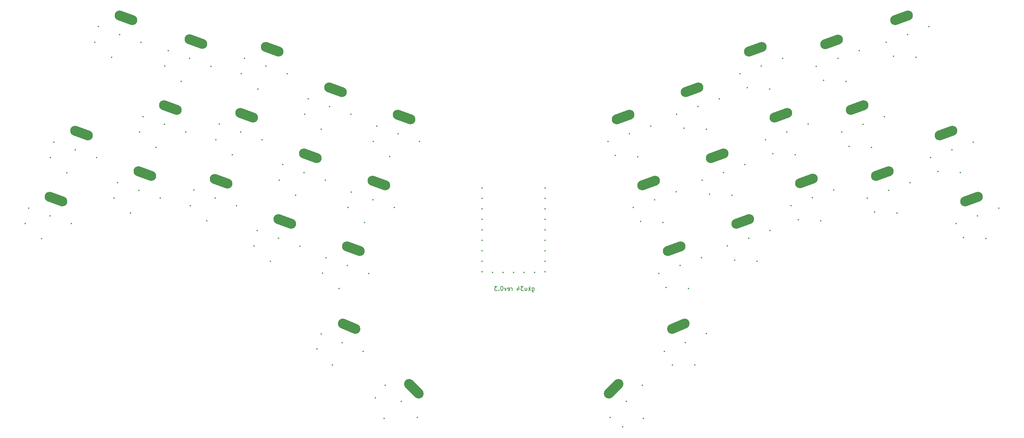
<source format=gbo>
%TF.GenerationSoftware,KiCad,Pcbnew,(6.0.11)*%
%TF.CreationDate,2024-03-12T23:52:49+09:00*%
%TF.ProjectId,gku34-bottom-plate,676b7533-342d-4626-9f74-746f6d2d706c,rev?*%
%TF.SameCoordinates,Original*%
%TF.FileFunction,Legend,Bot*%
%TF.FilePolarity,Positive*%
%FSLAX46Y46*%
G04 Gerber Fmt 4.6, Leading zero omitted, Abs format (unit mm)*
G04 Created by KiCad (PCBNEW (6.0.11)) date 2024-03-12 23:52:49*
%MOMM*%
%LPD*%
G01*
G04 APERTURE LIST*
G04 Aperture macros list*
%AMHorizOval*
0 Thick line with rounded ends*
0 $1 width*
0 $2 $3 position (X,Y) of the first rounded end (center of the circle)*
0 $4 $5 position (X,Y) of the second rounded end (center of the circle)*
0 Add line between two ends*
20,1,$1,$2,$3,$4,$5,0*
0 Add two circle primitives to create the rounded ends*
1,1,$1,$2,$3*
1,1,$1,$4,$5*%
G04 Aperture macros list end*
%ADD10C,0.200000*%
%ADD11HorizOval,2.399999X-1.550493X-0.564333X1.550493X0.564333X0*%
%ADD12C,0.350000*%
%ADD13HorizOval,2.399999X-1.550493X0.564333X1.550493X-0.564333X0*%
%ADD14HorizOval,2.399999X-1.166726X-1.166726X1.166726X1.166726X0*%
%ADD15HorizOval,2.399999X-1.166726X1.166726X1.166726X-1.166726X0*%
%ADD16HorizOval,2.399999X-1.518833X0.644706X1.518833X-0.644706X0*%
%ADD17HorizOval,2.399999X-1.518833X-0.644706X1.518833X0.644706X0*%
G04 APERTURE END LIST*
D10*
X143985714Y-90463714D02*
X143985714Y-91273238D01*
X144033333Y-91368476D01*
X144080952Y-91416095D01*
X144176190Y-91463714D01*
X144319047Y-91463714D01*
X144414285Y-91416095D01*
X143985714Y-91082761D02*
X144080952Y-91130380D01*
X144271428Y-91130380D01*
X144366666Y-91082761D01*
X144414285Y-91035142D01*
X144461904Y-90939904D01*
X144461904Y-90654190D01*
X144414285Y-90558952D01*
X144366666Y-90511333D01*
X144271428Y-90463714D01*
X144080952Y-90463714D01*
X143985714Y-90511333D01*
X143509523Y-91130380D02*
X143509523Y-90130380D01*
X143414285Y-90749428D02*
X143128571Y-91130380D01*
X143128571Y-90463714D02*
X143509523Y-90844666D01*
X142271428Y-90463714D02*
X142271428Y-91130380D01*
X142700000Y-90463714D02*
X142700000Y-90987523D01*
X142652380Y-91082761D01*
X142557142Y-91130380D01*
X142414285Y-91130380D01*
X142319047Y-91082761D01*
X142271428Y-91035142D01*
X141890476Y-90130380D02*
X141271428Y-90130380D01*
X141604761Y-90511333D01*
X141461904Y-90511333D01*
X141366666Y-90558952D01*
X141319047Y-90606571D01*
X141271428Y-90701809D01*
X141271428Y-90939904D01*
X141319047Y-91035142D01*
X141366666Y-91082761D01*
X141461904Y-91130380D01*
X141747619Y-91130380D01*
X141842857Y-91082761D01*
X141890476Y-91035142D01*
X140414285Y-90463714D02*
X140414285Y-91130380D01*
X140652380Y-90082761D02*
X140890476Y-90797047D01*
X140271428Y-90797047D01*
X139128571Y-91130380D02*
X139128571Y-90463714D01*
X139128571Y-90654190D02*
X139080952Y-90558952D01*
X139033333Y-90511333D01*
X138938095Y-90463714D01*
X138842857Y-90463714D01*
X138128571Y-91082761D02*
X138223809Y-91130380D01*
X138414285Y-91130380D01*
X138509523Y-91082761D01*
X138557142Y-90987523D01*
X138557142Y-90606571D01*
X138509523Y-90511333D01*
X138414285Y-90463714D01*
X138223809Y-90463714D01*
X138128571Y-90511333D01*
X138080952Y-90606571D01*
X138080952Y-90701809D01*
X138557142Y-90797047D01*
X137747619Y-90463714D02*
X137509523Y-91130380D01*
X137271428Y-90463714D01*
X136700000Y-90130380D02*
X136604761Y-90130380D01*
X136509523Y-90178000D01*
X136461904Y-90225619D01*
X136414285Y-90320857D01*
X136366666Y-90511333D01*
X136366666Y-90749428D01*
X136414285Y-90939904D01*
X136461904Y-91035142D01*
X136509523Y-91082761D01*
X136604761Y-91130380D01*
X136700000Y-91130380D01*
X136795238Y-91082761D01*
X136842857Y-91035142D01*
X136890476Y-90939904D01*
X136938095Y-90749428D01*
X136938095Y-90511333D01*
X136890476Y-90320857D01*
X136842857Y-90225619D01*
X136795238Y-90178000D01*
X136700000Y-90130380D01*
X135938095Y-91035142D02*
X135890476Y-91082761D01*
X135938095Y-91130380D01*
X135985714Y-91082761D01*
X135938095Y-91035142D01*
X135938095Y-91130380D01*
X135557142Y-90130380D02*
X134938095Y-90130380D01*
X135271428Y-90511333D01*
X135128571Y-90511333D01*
X135033333Y-90558952D01*
X134985714Y-90606571D01*
X134938095Y-90701809D01*
X134938095Y-90939904D01*
X134985714Y-91035142D01*
X135033333Y-91082761D01*
X135128571Y-91130380D01*
X135414285Y-91130380D01*
X135509523Y-91082761D01*
X135557142Y-91035142D01*
D11*
X198000000Y-32670000D03*
D12*
X201494762Y-42271779D03*
X204645152Y-34846482D03*
X196078056Y-42008526D03*
X194308534Y-38608704D03*
X199476843Y-36727593D03*
X65242081Y-74234186D03*
X62091691Y-66808889D03*
X67260000Y-68690000D03*
X61261860Y-70550731D03*
X72428309Y-70571111D03*
D13*
X68736843Y-64632407D03*
D12*
X147125000Y-84025000D03*
X147125000Y-81485000D03*
X131885000Y-66245000D03*
X144585000Y-86768200D03*
X134425000Y-86768200D03*
X147125000Y-76405000D03*
X147125000Y-86565000D03*
X131885000Y-68785000D03*
X139505000Y-86768200D03*
X147125000Y-68785000D03*
X131885000Y-84025000D03*
X131885000Y-71325000D03*
X131885000Y-76405000D03*
X147125000Y-73865000D03*
X131885000Y-86565000D03*
X147125000Y-78945000D03*
X136965000Y-86768200D03*
X131885000Y-73865000D03*
X131885000Y-78945000D03*
X147125000Y-71325000D03*
X131885000Y-81485000D03*
X142045000Y-86768200D03*
X147125000Y-66245000D03*
X67421860Y-54550731D03*
D13*
X74896843Y-48632407D03*
D12*
X73420000Y-52690000D03*
X68251691Y-50808889D03*
X78588309Y-54571111D03*
X71402081Y-58234186D03*
D13*
X113036843Y-49092407D03*
D12*
X109542081Y-58694186D03*
X105561860Y-55010731D03*
X116728309Y-55031111D03*
X106391691Y-51268889D03*
X111560000Y-53150000D03*
X214541213Y-40180933D03*
X219957919Y-40444186D03*
D11*
X216463157Y-30842407D03*
D12*
X217940000Y-34900000D03*
X223108309Y-33018889D03*
X212771691Y-36781111D03*
X42811860Y-68720731D03*
D13*
X50286843Y-62802407D03*
D12*
X46792081Y-72404186D03*
X48810000Y-66860000D03*
X53978309Y-68741111D03*
X43641691Y-64978889D03*
X100251691Y-67258889D03*
D13*
X106896843Y-65082407D03*
D12*
X110588309Y-71021111D03*
X99421860Y-71000731D03*
X103402081Y-74684186D03*
X105420000Y-69140000D03*
X240018309Y-27198889D03*
X234850000Y-29080000D03*
X229681691Y-30961111D03*
D11*
X233373157Y-25022407D03*
D12*
X236867919Y-34624186D03*
X231451213Y-34360933D03*
X66281466Y-36778704D03*
X55115017Y-36758324D03*
X61113157Y-34897593D03*
D13*
X62590000Y-30840000D03*
D12*
X55944848Y-33016482D03*
X59095238Y-40441779D03*
X166750000Y-117970000D03*
X170921930Y-122141930D03*
X162860913Y-121859087D03*
D14*
X163696713Y-114916713D03*
D12*
X170639087Y-114080913D03*
X165901472Y-124192540D03*
X196410000Y-78480000D03*
D11*
X194933157Y-74422407D03*
D12*
X201578309Y-76598889D03*
X191241691Y-80361111D03*
X193011213Y-83760933D03*
X198427919Y-84024186D03*
X248388056Y-78308526D03*
D11*
X250310000Y-68970000D03*
D12*
X246618534Y-74908704D03*
X251786843Y-73027593D03*
X256955152Y-71146482D03*
X253804762Y-78571779D03*
X235418309Y-64978889D03*
D11*
X228773157Y-62802407D03*
D12*
X230250000Y-66860000D03*
X232267919Y-72404186D03*
X225081691Y-68741111D03*
X226851213Y-72140933D03*
D13*
X84106843Y-74442407D03*
D12*
X76631860Y-80360731D03*
X87798309Y-80381111D03*
X77461691Y-76618889D03*
X80612081Y-84044186D03*
X82630000Y-78500000D03*
X205641691Y-52701111D03*
D11*
X204164848Y-48643518D03*
D12*
X200473382Y-54582222D03*
X202242904Y-57982044D03*
X210810000Y-50820000D03*
X207659610Y-58245297D03*
X60148309Y-52751111D03*
X54980000Y-50870000D03*
D13*
X56456843Y-46812407D03*
D12*
X52962081Y-56414186D03*
X49811691Y-48988889D03*
X48981860Y-52730731D03*
X184116843Y-46537593D03*
X189285152Y-44656482D03*
D11*
X182640000Y-42480000D03*
D12*
X180718056Y-51818526D03*
X178948534Y-48418704D03*
X186134762Y-52081779D03*
D13*
X28756843Y-68972407D03*
D12*
X25262081Y-78574186D03*
X21281860Y-74890731D03*
X32448309Y-74911111D03*
X22111691Y-71148889D03*
X27280000Y-73030000D03*
X216978309Y-66788889D03*
X206641691Y-70551111D03*
X213827919Y-74214186D03*
D11*
X210333157Y-64612407D03*
D12*
X211810000Y-68670000D03*
X208411213Y-73950933D03*
X97225238Y-90641779D03*
X93245017Y-86958324D03*
X99243157Y-85097593D03*
X104411466Y-86978704D03*
D13*
X100720000Y-81040000D03*
D12*
X94074848Y-83216482D03*
X173656843Y-69127593D03*
X175674762Y-74671779D03*
D11*
X172180000Y-65070000D03*
D12*
X178825152Y-67246482D03*
X168488534Y-71008704D03*
X170258056Y-74408526D03*
X106087460Y-117121472D03*
X116199087Y-121859087D03*
X112310000Y-117970000D03*
D15*
X115363287Y-114916713D03*
D12*
X108420913Y-114080913D03*
X108138070Y-122141930D03*
X92921963Y-101628156D03*
X97984740Y-103777177D03*
D16*
X99671917Y-99802437D03*
D12*
X91897437Y-105321440D03*
X95679426Y-109208156D03*
X103047517Y-105926198D03*
X169514762Y-58701779D03*
X167496843Y-53157593D03*
X164098056Y-58438526D03*
D11*
X166020000Y-49100000D03*
D12*
X172665152Y-51276482D03*
X162328534Y-55038704D03*
D13*
X90266843Y-58462407D03*
D12*
X82791860Y-64380731D03*
X88790000Y-62520000D03*
X86772081Y-68064186D03*
X93958309Y-64401111D03*
X83621691Y-60638889D03*
X220698056Y-56168526D03*
X218928534Y-52768704D03*
X226114762Y-56431779D03*
D11*
X222620000Y-46830000D03*
D12*
X224096843Y-50887593D03*
X229265152Y-49006482D03*
X177962254Y-109221574D03*
D17*
X179392823Y-99795260D03*
D12*
X186142777Y-101620979D03*
X183385314Y-109200979D03*
X181080000Y-103770000D03*
X176017223Y-105919021D03*
X39021691Y-27198889D03*
D13*
X45666843Y-25022407D03*
D12*
X38191860Y-30940731D03*
X49358309Y-30961111D03*
X42172081Y-34624186D03*
X44190000Y-29080000D03*
X195438309Y-60628889D03*
X190270000Y-62510000D03*
X185101691Y-64391111D03*
X186871213Y-67790933D03*
D11*
X188793157Y-58452407D03*
D12*
X192287919Y-68054186D03*
X74421691Y-34858889D03*
D13*
X81066843Y-32682407D03*
D12*
X77572081Y-42284186D03*
X73591860Y-38600731D03*
X84758309Y-38621111D03*
X79590000Y-36740000D03*
X184985152Y-83216482D03*
X174648534Y-86978704D03*
D11*
X178340000Y-81040000D03*
D12*
X181834762Y-90641779D03*
X176418056Y-90378526D03*
X179816843Y-85097593D03*
D11*
X244140000Y-52980000D03*
D12*
X247634762Y-62581779D03*
X242218056Y-62318526D03*
X250785152Y-55156482D03*
X245616843Y-57037593D03*
X240448534Y-58918704D03*
D13*
X96426843Y-42472407D03*
D12*
X88951860Y-48390731D03*
X100118309Y-48411111D03*
X92932081Y-52074186D03*
X89781691Y-44648889D03*
X94950000Y-46530000D03*
D13*
X34910000Y-52990000D03*
D12*
X28264848Y-55166482D03*
X33433157Y-57047593D03*
X27435017Y-58908324D03*
X38601466Y-58928704D03*
X31415238Y-62591779D03*
M02*

</source>
